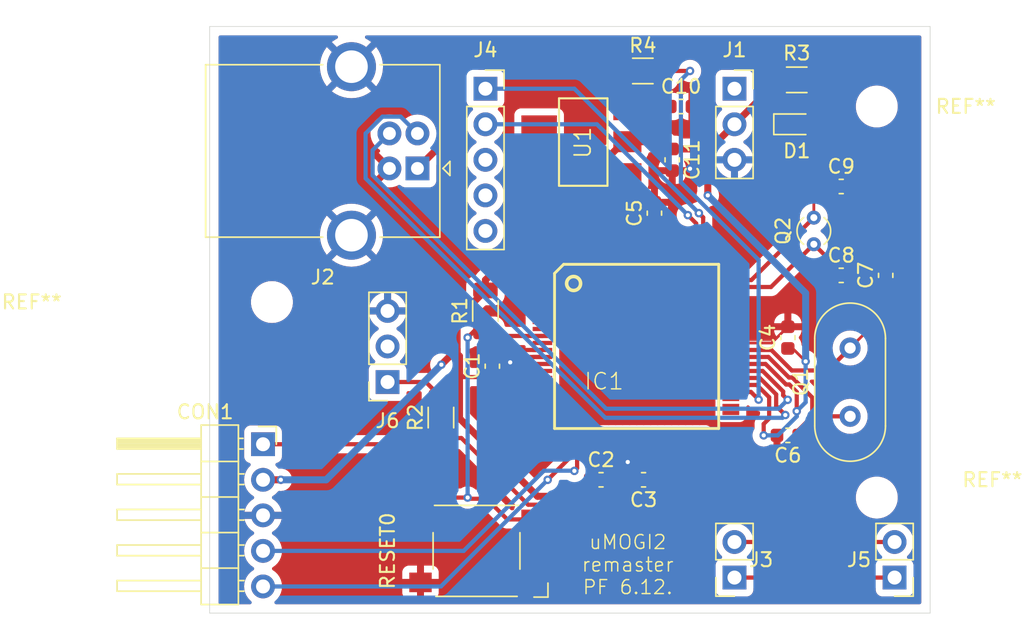
<source format=kicad_pcb>
(kicad_pcb (version 20221018) (generator pcbnew)
  (layers (0 "F.Cu" signal) (31 "B.Cu" signal) (34 "B.Paste" user) (35 "F.Paste" user) (36 "B.SilkS" user "B.Silkscreen") (37 "F.SilkS" user "F.Silkscreen") (38 "B.Mask" user) (39 "F.Mask" user) (44 "Edge.Cuts" user))
  (net 0 "")
  (net 1 "+3V3")
  (net 2 "GND")
  (net 3 "/OSCI")
  (net 4 "/OSCO")
  (net 5 "/SOSCI")
  (net 6 "/SOSCO")
  (net 7 "/PGC")
  (net 8 "/PGD")
  (net 9 "/~{MCLR}")
  (net 35 "Net-(IC1-VBUS)")
  (net 52 "/AN0")
  (net 67 "+5V")
  (net 68 "/RX")
  (net 69 "/TX")
  (net 70 "/D-")
  (net 71 "/D+")
  (net 76 "/ANT_1")
  (net 77 "/ANT_2")
  (net 78 "/BUZZ")
  (net 79 "Net-(J6-Pin_1)")
  (net 80 "/pin70")
  (net 81 "Net-(D1-A)")
  (footprint "Resistor_SMD:R_1206_3216Metric" (layer "F.Cu") (at 150.495 73.66 180)
    (fp_text reference "R3" (at 0 1.905) (layer "F.SilkS"))
    (fp_text value "330R")
    (pad "1" smd roundrect (at -1.4625 0 180) (size 1.125 1.75) (layers "F.Cu" "F.Paste" "F.Mask") (roundrect_rratio 0.2222222222) (net 81 "Net-(D1-A)"))
    (pad "2" smd roundrect (at 1.4625 0 180) (size 1.125 1.75) (layers "F.Cu" "F.Paste" "F.Mask") (roundrect_rratio 0.2222222222) (net 1 "+3V3"))
  )
  (footprint "Resistor_SMD:R_1206_3216Metric" (layer "F.Cu") (at 139.5075 73.025)
    (fp_text reference "R4" (at 0 -1.82) (layer "F.SilkS"))
    (fp_text value "100")
    (pad "1" smd roundrect (at -1.4625 0) (size 1.125 1.75) (layers "F.Cu" "F.Paste" "F.Mask") (roundrect_rratio 0.2222222222) (net 67 "+5V"))
    (pad "2" smd roundrect (at 1.4625 0) (size 1.125 1.75) (layers "F.Cu" "F.Paste" "F.Mask") (roundrect_rratio 0.2222222222) (net 35 "Net-(IC1-VBUS)"))
  )
  (footprint "Capacitor_SMD:C_0603_1608Metric" (layer "F.Cu") (at 142.24 75.565)
    (fp_text reference "C10" (at 0 -1.43) (layer "F.SilkS"))
    (fp_text value "47u")
    (pad "1" smd roundrect (at -0.775 0) (size 0.9 0.95) (layers "F.Cu" "F.Paste" "F.Mask") (net 67 "+5V"))
    (pad "2" smd roundrect (at 0.775 0) (size 0.9 0.95) (layers "F.Cu" "F.Paste" "F.Mask") (net 2 "GND"))
  )
  (footprint "Capacitor_SMD:C_0603_1608Metric" (layer "F.Cu") (at 140.335 83.185 90)
    (fp_text reference "C5" (at 0 -1.43 90) (layer "F.SilkS"))
    (fp_text value "10u")
    (pad "1" smd roundrect (at -0.775 0 90) (size 0.9 0.95) (layers "F.Cu" "F.Paste" "F.Mask") (net 80 "/pin70"))
    (pad "2" smd roundrect (at 0.775 0 90) (size 0.9 0.95) (layers "F.Cu" "F.Paste" "F.Mask") (net 2 "GND"))
  )
  (footprint "Capacitor_SMD:C_0603_1608Metric" (layer "F.Cu") (at 139.56 102.235 180)
    (fp_text reference "C3" (at 0 -1.43) (layer "F.SilkS"))
    (fp_text value "100n")
    (pad "1" smd roundrect (at -0.775 0 180) (size 0.9 0.95) (layers "F.Cu" "F.Paste" "F.Mask") (net 1 "+3V3"))
    (pad "2" smd roundrect (at 0.775 0 180) (size 0.9 0.95) (layers "F.Cu" "F.Paste" "F.Mask") (net 2 "GND"))
  )
  (footprint "Alkatreszek:TQFP80-12X12" (layer "F.Cu") (at 139.065 92.71)
    (fp_text reference "IC1" (at -3.81 3.175) (layer "F.SilkS") (effects (font (size 1.1684 1.1684) (thickness 0.1016)) (justify left bottom)))
    (fp_text value "PIC24FJ256GB108")
    (pad "1" smd rect (at -6.725 -4.75 270) (size 0.3 1.397) (layers "F.Cu" "F.Paste" "F.Mask"))
    (pad "2" smd rect (at -6.725 -4.25 270) (size 0.3 1.397) (layers "F.Cu" "F.Paste" "F.Mask"))
    (pad "3" smd rect (at -6.725 -3.75 270) (size 0.3 1.397) (layers "F.Cu" "F.Paste" "F.Mask"))
    (pad "4" smd rect (at -6.725 -3.25 270) (size 0.3 1.397) (layers "F.Cu" "F.Paste" "F.Mask"))
    (pad "5" smd rect (at -6.725 -2.75 270) (size 0.3 1.397) (layers "F.Cu" "F.Paste" "F.Mask"))
    (pad "6" smd rect (at -6.725 -2.25 270) (size 0.3 1.397) (layers "F.Cu" "F.Paste" "F.Mask"))
    (pad "7" smd rect (at -6.725 -1.75 270) (size 0.3 1.397) (layers "F.Cu" "F.Paste" "F.Mask"))
    (pad "8" smd rect (at -6.725 -1.25 270) (size 0.3 1.397) (layers "F.Cu" "F.Paste" "F.Mask"))
    (pad "9" smd rect (at -6.725 -0.75 270) (size 0.3 1.397) (layers "F.Cu" "F.Paste" "F.Mask") (net 9 "/~{MCLR}"))
    (pad "10" smd rect (at -6.725 -0.25 270) (size 0.3 1.397) (layers "F.Cu" "F.Paste" "F.Mask"))
    (pad "11" smd rect (at -6.725 0.25 270) (size 0.3 1.397) (layers "F.Cu" "F.Paste" "F.Mask") (net 2 "GND"))
    (pad "12" smd rect (at -6.725 0.75 270) (size 0.3 1.397) (layers "F.Cu" "F.Paste" "F.Mask") (net 1 "+3V3"))
    (pad "13" smd rect (at -6.725 1.25 270) (size 0.3 1.397) (layers "F.Cu" "F.Paste" "F.Mask"))
    (pad "14" smd rect (at -6.725 1.75 270) (size 0.3 1.397) (layers "F.Cu" "F.Paste" "F.Mask"))
    (pad "15" smd rect (at -6.725 2.25 270) (size 0.3 1.397) (layers "F.Cu" "F.Paste" "F.Mask"))
    (pad "16" smd rect (at -6.725 2.75 270) (size 0.3 1.397) (layers "F.Cu" "F.Paste" "F.Mask"))
    (pad "17" smd rect (at -6.725 3.25 270) (size 0.3 1.397) (layers "F.Cu" "F.Paste" "F.Mask"))
    (pad "18" smd rect (at -6.725 3.75 270) (size 0.3 1.397) (layers "F.Cu" "F.Paste" "F.Mask"))
    (pad "19" smd rect (at -6.725 4.25 270) (size 0.3 1.397) (layers "F.Cu" "F.Paste" "F.Mask"))
    (pad "20" smd rect (at -6.725 4.75 270) (size 0.3 1.397) (layers "F.Cu" "F.Paste" "F.Mask") (net 52 "/AN0"))
    (pad "21" smd rect (at -4.75 6.725 270) (size 1.2 0.3) (layers "F.Cu" "F.Paste" "F.Mask") (net 7 "/PGC"))
    (pad "22" smd rect (at -4.25 6.725 270) (size 1.2 0.3) (layers "F.Cu" "F.Paste" "F.Mask") (net 8 "/PGD"))
    (pad "23" smd rect (at -3.75 6.725 270) (size 1.2 0.3) (layers "F.Cu" "F.Paste" "F.Mask"))
    (pad "24" smd rect (at -3.25 6.725 270) (size 1.2 0.3) (layers "F.Cu" "F.Paste" "F.Mask"))
    (pad "25" smd rect (at -2.75 6.725 270) (size 1.2 0.3) (layers "F.Cu" "F.Paste" "F.Mask") (net 1 "+3V3"))
    (pad "26" smd rect (at -2.25 6.725 270) (size 1.2 0.3) (layers "F.Cu" "F.Paste" "F.Mask") (net 2 "GND"))
    (pad "27" smd rect (at -1.75 6.725 270) (size 1.2 0.3) (layers "F.Cu" "F.Paste" "F.Mask"))
    (pad "28" smd rect (at -1.25 6.725 270) (size 1.2 0.3) (layers "F.Cu" "F.Paste" "F.Mask"))
    (pad "29" smd rect (at -0.75 6.725 270) (size 1.2 0.3) (layers "F.Cu" "F.Paste" "F.Mask"))
    (pad "30" smd rect (at -0.25 6.725 270) (size 1.2 0.3) (layers "F.Cu" "F.Paste" "F.Mask"))
    (pad "31" smd rect (at 0.25 6.725 270) (size 1.2 0.3) (layers "F.Cu" "F.Paste" "F.Mask") (net 2 "GND"))
    (pad "32" smd rect (at 0.75 6.725 270) (size 1.2 0.3) (layers "F.Cu" "F.Paste" "F.Mask") (net 1 "+3V3"))
    (pad "33" smd rect (at 1.25 6.725 270) (size 1.2 0.3) (layers "F.Cu" "F.Paste" "F.Mask"))
    (pad "34" smd rect (at 1.75 6.725 270) (size 1.2 0.3) (layers "F.Cu" "F.Paste" "F.Mask"))
    (pad "35" smd rect (at 2.25 6.725 270) (size 1.2 0.3) (layers "F.Cu" "F.Paste" "F.Mask"))
    (pad "36" smd rect (at 2.75 6.725 270) (size 1.2 0.3) (layers "F.Cu" "F.Paste" "F.Mask"))
    (pad "37" smd rect (at 3.25 6.725 270) (size 1.2 0.3) (layers "F.Cu" "F.Paste" "F.Mask"))
    (pad "38" smd rect (at 3.75 6.725 270) (size 1.2 0.3) (layers "F.Cu" "F.Paste" "F.Mask"))
    (pad "39" smd rect (at 4.25 6.725 270) (size 1.2 0.3) (layers "F.Cu" "F.Paste" "F.Mask"))
    (pad "40" smd rect (at 4.75 6.725 270) (size 1.2 0.3) (layers "F.Cu" "F.Paste" "F.Mask") (net 78 "/BUZZ"))
    (pad "41" smd rect (at 6.725 4.75 270) (size 0.3 1.2) (layers "F.Cu" "F.Paste" "F.Mask"))
    (pad "42" smd rect (at 6.725 4.25 270) (size 0.3 1.2) (layers "F.Cu" "F.Paste" "F.Mask"))
    (pad "43" smd rect (at 6.725 3.75 270) (size 0.3 1.2) (layers "F.Cu" "F.Paste" "F.Mask"))
    (pad "44" smd rect (at 6.725 3.25 270) (size 0.3 1.2) (layers "F.Cu" "F.Paste" "F.Mask") (net 35 "Net-(IC1-VBUS)"))
    (pad "45" smd rect (at 6.725 2.75 270) (size 0.3 1.2) (layers "F.Cu" "F.Paste" "F.Mask") (net 1 "+3V3"))
    (pad "46" smd rect (at 6.725 2.25 270) (size 0.3 1.2) (layers "F.Cu" "F.Paste" "F.Mask") (net 70 "/D-"))
    (pad "47" smd rect (at 6.725 1.75 270) (size 0.3 1.2) (layers "F.Cu" "F.Paste" "F.Mask") (net 71 "/D+"))
    (pad "48" smd rect (at 6.725 1.25 270) (size 0.3 1.2) (layers "F.Cu" "F.Paste" "F.Mask") (net 1 "+3V3"))
    (pad "49" smd rect (at 6.725 0.75 270) (size 0.3 1.2) (layers "F.Cu" "F.Paste" "F.Mask") (net 3 "/OSCI"))
    (pad "50" smd rect (at 6.725 0.25 270) (size 0.3 1.2) (layers "F.Cu" "F.Paste" "F.Mask") (net 4 "/OSCO"))
    (pad "51" smd rect (at 6.725 -0.25 270) (size 0.3 1.2) (layers "F.Cu" "F.Paste" "F.Mask") (net 2 "GND"))
    (pad "52" smd rect (at 6.725 -0.75 270) (size 0.3 1.2) (layers "F.Cu" "F.Paste" "F.Mask"))
    (pad "53" smd rect (at 6.725 -1.25 270) (size 0.3 1.2) (layers "F.Cu" "F.Paste" "F.Mask"))
    (pad "54" smd rect (at 6.725 -1.75 270) (size 0.3 1.2) (layers "F.Cu" "F.Paste" "F.Mask"))
    (pad "55" smd rect (at 6.725 -2.25 270) (size 0.3 1.2) (layers "F.Cu" "F.Paste" "F.Mask"))
    (pad "56" smd rect (at 6.725 -2.75 270) (size 0.3 1.2) (layers "F.Cu" "F.Paste" "F.Mask"))
    (pad "57" smd rect (at 6.725 -3.25 270) (size 0.3 1.2) (layers "F.Cu" "F.Paste" "F.Mask"))
    (pad "58" smd rect (at 6.725 -3.75 270) (size 0.3 1.2) (layers "F.Cu" "F.Paste" "F.Mask"))
    (pad "59" smd rect (at 6.725 -4.25 270) (size 0.3 1.2) (layers "F.Cu" "F.Paste" "F.Mask") (net 5 "/SOSCI"))
    (pad "60" smd rect (at 6.725 -4.75 270) (size 0.3 1.2) (layers "F.Cu" "F.Paste" "F.Mask") (net 6 "/SOSCO"))
    (pad "61" smd rect (at 4.75 -6.725 270) (size 1.2 0.3) (layers "F.Cu" "F.Paste" "F.Mask") (net 68 "/RX"))
    (pad "62" smd rect (at 4.25 -6.725 270) (size 1.2 0.3) (layers "F.Cu" "F.Paste" "F.Mask") (net 69 "/TX"))
    (pad "63" smd rect (at 3.75 -6.725 270) (size 1.2 0.3) (layers "F.Cu" "F.Paste" "F.Mask"))
    (pad "64" smd rect (at 3.25 -6.725 270) (size 1.2 0.3) (layers "F.Cu" "F.Paste" "F.Mask"))
    (pad "65" smd rect (at 2.75 -6.725 270) (size 1.2 0.3) (layers "F.Cu" "F.Paste" "F.Mask"))
    (pad "66" smd rect (at 2.25 -6.725 270) (size 1.2 0.3) (layers "F.Cu" "F.Paste" "F.Mask"))
    (pad "67" smd rect (at 1.75 -6.725 270) (size 1.2 0.3) (layers "F.Cu" "F.Paste" "F.Mask"))
    (pad "68" smd rect (at 1.25 -6.725 270) (size 1.2 0.3) (layers "F.Cu" "F.Paste" "F.Mask"))
    (pad "69" smd rect (at 0.75 -6.725 270) (size 1.2 0.3) (layers "F.Cu" "F.Paste" "F.Mask"))
    (pad "70" smd rect (at 0.25 -6.725 270) (size 1.2 0.3) (layers "F.Cu" "F.Paste" "F.Mask") (net 80 "/pin70"))
    (pad "71" smd rect (at -0.25 -6.725 270) (size 1.2 0.3) (layers "F.Cu" "F.Paste" "F.Mask") (net 1 "+3V3"))
    (pad "72" smd rect (at -0.75 -6.725 270) (size 1.2 0.3) (layers "F.Cu" "F.Paste" "F.Mask"))
    (pad "73" smd rect (at -1.25 -6.725 270) (size 1.2 0.3) (layers "F.Cu" "F.Paste" "F.Mask"))
    (pad "74" smd rect (at -1.75 -6.725 270) (size 1.2 0.3) (layers "F.Cu" "F.Paste" "F.Mask"))
    (pad "75" smd rect (at -2.25 -6.725 270) (size 1.2 0.3) (layers "F.Cu" "F.Paste" "F.Mask"))
    (pad "76" smd rect (at -2.75 -6.725 270) (size 1.2 0.3) (layers "F.Cu" "F.Paste" "F.Mask"))
    (pad "77" smd rect (at -3.25 -6.725 270) (size 1.2 0.3) (layers "F.Cu" "F.Paste" "F.Mask"))
    (pad "78" smd rect (at -3.75 -6.725 270) (size 1.2 0.3) (layers "F.Cu" "F.Paste" "F.Mask"))
    (pad "79" smd rect (at -4.25 -6.725 270) (size 1.2 0.3) (layers "F.Cu" "F.Paste" "F.Mask"))
    (pad "80" smd rect (at -4.75 -6.725 270) (size 1.2 0.3) (layers "F.Cu" "F.Paste" "F.Mask"))
  )
  (footprint "Capacitor_SMD:C_0603_1608Metric" (layer "F.Cu") (at 128.765 94.12 90)
    (fp_text reference "C1" (at 0 -1.43 90) (layer "F.SilkS"))
    (fp_text value "100n")
    (pad "1" smd roundrect (at -0.775 0 90) (size 0.9 0.95) (layers "F.Cu" "F.Paste" "F.Mask") (net 1 "+3V3"))
    (pad "2" smd roundrect (at 0.775 0 90) (size 0.9 0.95) (layers "F.Cu" "F.Paste" "F.Mask") (net 2 "GND"))
  )
  (footprint "MountingHole:MountingHole_2.5mm" (layer "F.Cu") (at 113.03 89.535)
    (fp_text reference "REF**" (at -17.145 0) (layer "F.SilkS"))
    (fp_text value "MountingHole_2.5mm")
    (pad "" np_thru_hole circle (at 0 0) (size 2.5 2.5) (drill 2.5) (layers "*.Cu" "*.Mask"))
  )
  (footprint "LED_SMD:LED_0603_1608Metric" (layer "F.Cu") (at 150.3425 76.835)
    (fp_text reference "D1" (at 0.1525 1.905) (layer "F.SilkS"))
    (fp_text value "LED")
    (pad "1" smd roundrect (at -0.7875 0) (size 0.875 0.95) (layers "F.Cu" "F.Paste" "F.Mask") (net 2 "GND"))
    (pad "2" smd roundrect (at 0.7875 0) (size 0.875 0.95) (layers "F.Cu" "F.Paste" "F.Mask") (net 81 "Net-(D1-A)"))
  )
  (footprint "Connector_PinHeader_2.54mm:PinHeader_1x05_P2.54mm_Horizontal" (layer "F.Cu") (at 112.395 99.695)
    (fp_text reference "CON1" (at -4.135 -2.31) (layer "F.SilkS"))
    (fp_text value "ICSP")
    (pad "1" thru_hole rect (at 0 0) (size 1.7 1.7) (drill 1) (layers "*.Cu" "*.Mask") (net 9 "/~{MCLR}"))
    (pad "2" thru_hole oval (at 0 2.54) (size 1.7 1.7) (drill 1) (layers "*.Cu" "*.Mask") (net 1 "+3V3"))
    (pad "3" thru_hole oval (at 0 5.08) (size 1.7 1.7) (drill 1) (layers "*.Cu" "*.Mask") (net 2 "GND"))
    (pad "4" thru_hole oval (at 0 7.62) (size 1.7 1.7) (drill 1) (layers "*.Cu" "*.Mask") (net 8 "/PGD"))
    (pad "5" thru_hole oval (at 0 10.16) (size 1.7 1.7) (drill 1) (layers "*.Cu" "*.Mask") (net 7 "/PGC"))
  )
  (footprint "Crystal:Crystal_DS26_D2.0mm_L6.0mm_Vertical" (layer "F.Cu") (at 151.715 85.405 90)
    (fp_text reference "Q2" (at 0.95 -2.2 90) (layer "F.SilkS"))
    (fp_text value "32k")
    (pad "1" thru_hole circle (at 0 0 90) (size 1 1) (drill 0.5) (layers "*.Cu" "*.Mask") (net 5 "/SOSCI"))
    (pad "2" thru_hole circle (at 1.9 0 90) (size 1 1) (drill 0.5) (layers "*.Cu" "*.Mask") (net 6 "/SOSCO"))
  )
  (footprint "Capacitor_SMD:C_0603_1608Metric" (layer "F.Cu") (at 149.86 92.075 90)
    (fp_text reference "C4" (at 0 -1.43 90) (layer "F.SilkS"))
    (fp_text value locked "100n")
    (pad "1" smd roundrect (at -0.775 0 90) (size 0.9 0.95) (layers "F.Cu" "F.Paste" "F.Mask") (net 1 "+3V3"))
    (pad "2" smd roundrect (at 0.775 0 90) (size 0.9 0.95) (layers "F.Cu" "F.Paste" "F.Mask") (net 2 "GND"))
  )
  (footprint "Button_Switch_SMD:SW_SPST_Omron_B3FS-100xP" (layer "F.Cu") (at 127.635 107.315 180)
    (fp_text reference "RESET0" (at 6.35 0 90) (layer "F.SilkS"))
    (fp_text value "10-XX")
    (pad "1" smd rect (at -4 -2.25) (size 1.6 1.4) (layers "F.Cu" "F.Paste" "F.Mask") (net 2 "GND"))
    (pad "1" smd rect (at 4 -2.25) (size 1.6 1.4) (layers "F.Cu" "F.Paste" "F.Mask") (net 2 "GND"))
    (pad "2" smd rect (at -4 2.25) (size 1.6 1.4) (layers "F.Cu" "F.Paste" "F.Mask") (net 9 "/~{MCLR}"))
    (pad "2" smd rect (at 4 2.25) (size 1.6 1.4) (layers "F.Cu" "F.Paste" "F.Mask") (net 9 "/~{MCLR}"))
  )
  (footprint "Connector_PinSocket_2.54mm:PinSocket_1x02_P2.54mm_Vertical" (layer "F.Cu") (at 146.05 109.22 180)
    (fp_text reference "J3" (at -1.905 1.27) (layer "F.SilkS"))
    (fp_text value "Conn_01x02")
    (pad "1" thru_hole rect (at 0 0 180) (size 1.7 1.7) (drill 1) (layers "*.Cu" "*.Mask") (net 76 "/ANT_1"))
    (pad "2" thru_hole oval (at 0 2.54 180) (size 1.7 1.7) (drill 1) (layers "*.Cu" "*.Mask") (net 77 "/ANT_2"))
  )
  (footprint "Capacitor_SMD:C_0603_1608Metric" (layer "F.Cu") (at 136.525 102.235)
    (fp_text reference "C2" (at 0 -1.43) (layer "F.SilkS"))
    (fp_text value "100n")
    (pad "1" smd roundrect (at -0.775 0) (size 0.9 0.95) (layers "F.Cu" "F.Paste" "F.Mask") (net 1 "+3V3"))
    (pad "2" smd roundrect (at 0.775 0) (size 0.9 0.95) (layers "F.Cu" "F.Paste" "F.Mask") (net 2 "GND"))
  )
  (footprint "Alkatreszek:SOT223" (layer "F.Cu") (at 135.255 78.105 90)
    (fp_text reference "U1" (at -1.27 0.635 90) (layer "F.SilkS") (effects (font (size 1.143 1.143) (thickness 0.127)) (justify left bottom)))
    (fp_text value "LM1117LD-3.3")
    (pad "1" smd rect (at -2.2606 3.1496 90) (size 1.4986 2.0066) (layers "F.Cu" "F.Paste" "F.Mask") (net 2 "GND"))
    (pad "2" smd rect (at 0.0254 3.1496 90) (size 1.4986 2.0066) (layers "F.Cu" "F.Paste" "F.Mask") (net 1 "+3V3"))
    (pad "3" smd rect (at 2.3114 3.1496 90) (size 1.4986 2.0066) (layers "F.Cu" "F.Paste" "F.Mask") (net 67 "+5V"))
    (pad "4" smd rect (at 0 -3.1496 90) (size 3.81 2.54) (layers "F.Cu" "F.Paste" "F.Mask"))
  )
  (footprint "Capacitor_SMD:C_0603_1608Metric" (layer "F.Cu") (at 153.67 87.63)
    (fp_text reference "C8" (at 0 -1.43) (layer "F.SilkS"))
    (fp_text value "33p")
    (pad "1" smd roundrect (at -0.775 0) (size 0.9 0.95) (layers "F.Cu" "F.Paste" "F.Mask") (net 5 "/SOSCI"))
    (pad "2" smd roundrect (at 0.775 0) (size 0.9 0.95) (layers "F.Cu" "F.Paste" "F.Mask") (net 2 "GND"))
  )
  (footprint "Capacitor_SMD:C_0603_1608Metric" (layer "F.Cu") (at 149.86 99.06 180)
    (fp_text reference "C6" (at 0 -1.43) (layer "F.SilkS"))
    (fp_text value "15p")
    (pad "1" smd roundrect (at -0.775 0 180) (size 0.9 0.95) (layers "F.Cu" "F.Paste" "F.Mask") (net 3 "/OSCI"))
    (pad "2" smd roundrect (at 0.775 0 180) (size 0.9 0.95) (layers "F.Cu" "F.Paste" "F.Mask") (net 2 "GND"))
  )
  (footprint "Crystal:Crystal_HC49-U_Vertical" (layer "F.Cu") (at 154.305 97.7 90)
    (fp_text reference "Q1" (at 2.44 -3.525 90) (layer "F.SilkS"))
    (fp_text value "12MHz")
    (pad "1" thru_hole circle (at 0 0 90) (size 1.5 1.5) (drill 0.8) (layers "*.Cu" "*.Mask") (net 3 "/OSCI"))
    (pad "2" thru_hole circle (at 4.88 0 90) (size 1.5 1.5) (drill 0.8) (layers "*.Cu" "*.Mask") (net 4 "/OSCO"))
  )
  (footprint "Capacitor_SMD:C_0603_1608Metric" (layer "F.Cu") (at 141.605 79.375 -90)
    (fp_text reference "C11" (at 0 -1.43 90) (layer "F.SilkS"))
    (fp_text value "10u")
    (pad "1" smd roundrect (at -0.775 0 270) (size 0.9 0.95) (layers "F.Cu" "F.Paste" "F.Mask") (net 1 "+3V3"))
    (pad "2" smd roundrect (at 0.775 0 270) (size 0.9 0.95) (layers "F.Cu" "F.Paste" "F.Mask") (net 2 "GND"))
  )
  (footprint "Connector_PinSocket_2.54mm:PinSocket_1x03_P2.54mm_Vertical" (layer "F.Cu") (at 121.285 95.25 180)
    (fp_text reference "J6" (at 0 -2.77 180) (layer "F.SilkS"))
    (fp_text value "Conn_01x03")
    (pad "1" thru_hole rect (at 0 0 180) (size 1.7 1.7) (drill 1) (layers "*.Cu" "*.Mask") (net 79 "Net-(J6-Pin_1)"))
    (pad "2" thru_hole oval (at 0 2.54 180) (size 1.7 1.7) (drill 1) (layers "*.Cu" "*.Mask"))
    (pad "3" thru_hole oval (at 0 5.08 180) (size 1.7 1.7) (drill 1) (layers "*.Cu" "*.Mask") (net 2 "GND"))
  )
  (footprint "MountingHole:MountingHole_2.5mm" (layer "F.Cu") (at 156.21 75.565)
    (fp_text reference "REF**" (at 6.35 0) (layer "F.SilkS"))
    (fp_text value "MountingHole_2.5mm")
    (pad "" np_thru_hole circle (at 0 0) (size 2.5 2.5) (drill 2.5) (layers "F&B.Cu" "*.Mask"))
  )
  (footprint "Connector_PinSocket_2.54mm:PinSocket_1x05_P2.54mm_Vertical" (layer "F.Cu") (at 128.27 74.295)
    (fp_text reference "J4" (at 0 -2.77) (layer "F.SilkS"))
    (fp_text value "Conn_01x05")
    (pad "1" thru_hole rect (at 0 0) (size 1.7 1.7) (drill 1) (layers "*.Cu" "*.Mask") (net 68 "/RX"))
    (pad "2" thru_hole oval (at 0 2.54) (size 1.7 1.7) (drill 1) (layers "*.Cu" "*.Mask") (net 69 "/TX"))
    (pad "3" thru_hole oval (at 0 5.08) (size 1.7 1.7) (drill 1) (layers "*.Cu" "*.Mask"))
    (pad "4" thru_hole oval (at 0 7.62) (size 1.7 1.7) (drill 1) (layers "*.Cu" "*.Mask"))
    (pad "5" thru_hole oval (at 0 10.16) (size 1.7 1.7) (drill 1) (layers "*.Cu" "*.Mask"))
  )
  (footprint "Capacitor_SMD:C_0603_1608Metric" (layer "F.Cu") (at 156.845 87.63 90)
    (fp_text reference "C7" (at 0 -1.43 90) (layer "F.SilkS"))
    (fp_text value "15p")
    (pad "1" smd roundrect (at -0.775 0 90) (size 0.9 0.95) (layers "F.Cu" "F.Paste" "F.Mask") (net 4 "/OSCO"))
    (pad "2" smd roundrect (at 0.775 0 90) (size 0.9 0.95) (layers "F.Cu" "F.Paste" "F.Mask") (net 2 "GND"))
  )
  (footprint "Connector_USB:USB_B_OST_USB-B1HSxx_Horizontal" (layer "F.Cu") (at 123.4175 79.99 180)
    (fp_text reference "J2" (at 6.76 -7.77 180) (layer "F.SilkS"))
    (fp_text value "USB_B")
    (pad "1" thru_hole rect (at 0 0 180) (size 1.7 1.7) (drill 0.92) (layers "*.Cu" "*.Mask") (net 67 "+5V"))
    (pad "2" thru_hole circle (at 0 2.5 180) (size 1.7 1.7) (drill 0.92) (layers "*.Cu" "*.Mask") (net 70 "/D-"))
    (pad "3" thru_hole circle (at 2 2.5 180) (size 1.7 1.7) (drill 0.92) (layers "*.Cu" "*.Mask") (net 71 "/D+"))
    (pad "4" thru_hole circle (at 2 0 180) (size 1.7 1.7) (drill 0.92) (layers "*.Cu" "*.Mask") (net 2 "GND"))
    (pad "5" thru_hole circle (at 4.71 -4.77 180) (size 3.5 3.5) (drill 2.33) (layers "*.Cu" "*.Mask") (net 2 "GND"))
    (pad "5" thru_hole circle (at 4.71 7.27 180) (size 3.5 3.5) (drill 2.33) (layers "*.Cu" "*.Mask") (net 2 "GND"))
  )
  (footprint "Capacitor_SMD:C_0603_1608Metric" (layer "F.Cu") (at 153.67 81.28)
    (fp_text reference "C9" (at 0 -1.43) (layer "F.SilkS"))
    (fp_text value "33p")
    (pad "1" smd roundrect (at -0.775 0) (size 0.9 0.95) (layers "F.Cu" "F.Paste" "F.Mask") (net 6 "/SOSCO"))
    (pad "2" smd roundrect (at 0.775 0) (size 0.9 0.95) (layers "F.Cu" "F.Paste" "F.Mask") (net 2 "GND"))
  )
  (footprint "MountingHole:MountingHole_2.5mm" (layer "F.Cu") (at 156.21 103.505)
    (fp_text reference "REF**" (at 8.255 -1.27) (layer "F.SilkS"))
    (fp_text value "MountingHole_2.5mm")
    (pad "" np_thru_hole circle (at 0 0) (size 2.5 2.5) (drill 2.5) (layers "F&B.Cu" "*.Mask"))
  )
  (footprint "Resistor_SMD:R_1206_3216Metric" (layer "F.Cu") (at 128.27 90.17 90)
    (fp_text reference "R1" (at 0 -1.82 90) (layer "F.SilkS"))
    (fp_text value "10k")
    (pad "1" smd roundrect (at -1.4625 0 90) (size 1.125 1.75) (layers "F.Cu" "F.Paste" "F.Mask") (roundrect_rratio 0.2222222222) (net 9 "/~{MCLR}"))
    (pad "2" smd roundrect (at 1.4625 0 90) (size 1.125 1.75) (layers "F.Cu" "F.Paste" "F.Mask") (roundrect_rratio 0.2222222222) (net 1 "+3V3"))
  )
  (footprint "Connector_PinHeader_2.54mm:PinHeader_1x02_P2.54mm_Vertical" (layer "F.Cu") (at 157.48 109.22 180)
    (fp_text reference "J5" (at 2.54 1.27) (layer "F.SilkS"))
    (fp_text value "Conn_01x02")
    (pad "1" thru_hole rect (at 0 0 180) (size 1.7 1.7) (drill 1) (layers "*.Cu" "*.Mask") (net 76 "/ANT_1"))
    (pad "2" thru_hole oval (at 0 2.54 180) (size 1.7 1.7) (drill 1) (layers "*.Cu" "*.Mask") (net 77 "/ANT_2"))
  )
  (footprint "Connector_PinSocket_2.54mm:PinSocket_1x03_P2.54mm_Vertical" (layer "F.Cu") (at 146.05 74.295)
    (fp_text reference "J1" (at 0 -2.77) (layer "F.SilkS"))
    (fp_text value "Conn_01x03")
    (pad "1" thru_hole rect (at 0 0) (size 1.7 1.7) (drill 1) (layers "*.Cu" "*.Mask"))
    (pad "2" thru_hole oval (at 0 2.54) (size 1.7 1.7) (drill 1) (layers "*.Cu" "*.Mask") (net 1 "+3V3"))
    (pad "3" thru_hole oval (at 0 5.08) (size 1.7 1.7) (drill 1) (layers "*.Cu" "*.Mask") (net 2 "GND"))
  )
  (footprint "Resistor_SMD:R_1206_3216Metric" (layer "F.Cu") (at 125.095 97.79 90)
    (fp_text reference "R2" (at 0 -1.82 90) (layer "F.SilkS"))
    (fp_text value "330R")
    (pad "1" smd roundrect (at -1.4625 0 90) (size 1.125 1.75) (layers "F.Cu" "F.Paste" "F.Mask") (roundrect_rratio 0.2222222222) (net 78 "/BUZZ"))
    (pad "2" smd roundrect (at 1.4625 0 90) (size 1.125 1.75) (layers "F.Cu" "F.Paste" "F.Mask") (roundrect_rratio 0.2222222222) (net 79 "Net-(J6-Pin_1)"))
  )
  (gr_line (start 160.02 69.85) (end 160.02 111.76) (stroke (width 0.05)) (layer "Edge.Cuts"))
  (gr_line (start 160.02 111.76) (end 108.585 111.76) (stroke (width 0.05)) (layer "Edge.Cuts"))
  (gr_line (start 108.585 111.76) (end 108.585 69.85) (stroke (width 0.05)) (layer "Edge.Cuts"))
  (gr_line (start 108.585 69.85) (end 160.02 69.85) (stroke (width 0.05)) (layer "Edge.Cuts"))
  (gr_text "uMOGI2\nremaster\nPF 6.12.\n" (at 138.43 110.49) (layer "F.SilkS") (effects (font (size 1 1) (thickness 0.1)) (justify bottom)))
  (segment (start 148.267615 93.96) (end 145.79 93.96) (width 0.3) (layer "F.Cu") (net 1))
  (segment (start 150.495 97.332819) (end 150.495 95.957106) (width 0.3) (layer "F.Cu") (net 1))
  (segment (start 144.145 79.375) (end 144.145 81.915) (width 0.5) (layer "F.Cu") (net 1))
  (segment (start 144.285 78.6) (end 142.875 78.6) (width 0.5) (layer "F.Cu") (net 1))
  (segment (start 126.25 93.23) (end 126.25 90.7275) (width 0.5) (layer "F.Cu") (net 1))
  (segment (start 138.1506 78.0796) (end 135.7376 80.4926) (width 0.5) (layer "F.Cu") (net 1))
  (segment (start 150.2045 92.85) (end 151.13 93.7755) (width 0.2) (layer "F.Cu") (net 1))
  (segment (start 126.25 92.885) (end 126.25 93.23) (width 0.5) (layer "F.Cu") (net 1))
  (segment (start 146.05 76.835) (end 144.285 78.6) (width 0.5) (layer "F.Cu") (net 1))
  (segment (start 149.86 92.85) (end 150.2045 92.85) (width 0.2) (layer "F.Cu") (net 1))
  (segment (start 135.75 101.105) (end 136.315 100.54) (width 0.3) (layer "F.Cu") (net 1))
  (segment (start 138.4046 78.0796) (end 141.0846 78.0796) (width 0.5) (layer "F.Cu") (net 1))
  (segment (start 135.7376 80.4926) (end 128.27 87.9602) (width 0.5) (layer "F.Cu") (net 1))
  (segment (start 139.815 99.435) (end 139.815 100.445) (width 0.3) (layer "F.Cu") (net 1))
  (segment (start 113.665 102.235) (end 112.395 102.235) (width 0.5) (layer "F.Cu") (net 1))
  (segment (start 126.25 90.7275) (end 128.27 88.7075) (width 0.5) (layer "F.Cu") (net 1))
  (segment (start 145.79 95.46) (end 147.646295 95.46) (width 0.3) (layer "F.Cu") (net 1))
  (segment (start 149.962894 95.425) (end 149.732615 95.425) (width 0.3) (layer "F.Cu") (net 1))
  (segment (start 136.315 100.54) (end 136.315 99.435) (width 0.3) (layer "F.Cu") (net 1))
  (segment (start 135.7376 81.9576) (end 135.7376 80.4926) (width 0.3) (layer "F.Cu") (net 1))
  (segment (start 138.4046 78.0796) (end 138.1506 78.0796) (width 0.5) (layer "F.Cu") (net 1))
  (segment (start 128.765 94.895) (end 126.7 94.895) (width 0.3) (layer "F.Cu") (net 1))
  (segment (start 139.815 100.445) (end 140.335 100.965) (width 0.3) (layer "F.Cu") (net 1))
  (segment (start 139.155 103.415) (end 139.065 103.415) (width 0.3) (layer "F.Cu") (net 1))
  (segment (start 141.0846 78.0796) (end 141.605 78.6) (width 0.5) (layer "F.Cu") (net 1))
  (segment (start 138.815 85.035) (end 135.7376 81.9576) (width 0.3) (layer "F.Cu") (net 1))
  (segment (start 126.42 93.4) (end 126.25 93.23) (width 0.5) (layer "F.Cu") (net 1))
  (segment (start 128.27 87.9602) (end 128.27 88.7075) (width 0.5) (layer "F.Cu") (net 1))
  (segment (start 135.75 102.92) (end 135.255 103.415) (width 0.3) (layer "F.Cu") (net 1))
  (segment (start 131.3415 93.46) (end 132.34 93.46) (width 0.3) (layer "F.Cu") (net 1))
  (segment (start 140.335 102.235) (end 139.155 103.415) (width 0.3) (layer "F.Cu") (net 1))
  (segment (start 126.42 97.845) (end 126.42 94.615) (width 0.5) (layer "F.Cu") (net 1))
  (segment (start 148.1355 98.2445) (end 148.1355 99.06) (width 0.3) (layer "F.Cu") (net 1))
  (segment (start 148.525508 96.339213) (end 148.525508 97.725508) (width 0.3) (layer "F.Cu") (net 1))
  (segment (start 135.75 102.235) (end 135.75 101.105) (width 0.3) (layer "F.Cu") (net 1))
  (segment (start 140.335 100.965) (end 140.335 102.265) (width 0.3) (layer "F.Cu") (net 1))
  (segment (start 142.875 78.6) (end 143.37 78.6) (width 0.5) (layer "F.Cu") (net 1))
  (segment (start 143.37 78.6) (end 144.145 79.375) (width 0.5) (layer "F.Cu") (net 1))
  (segment (start 135.255 103.415) (end 131.99 103.415) (width 0.5) (layer "F.Cu") (net 1))
  (segment (start 138.815 85.985) (end 138.815 85.035) (width 0.3) (layer "F.Cu") (net 1))
  (segment (start 139.065 103.415) (end 135.255 103.415) (width 0.5) (layer "F.Cu") (net 1))
  (segment (start 149.732615 95.425) (end 148.267615 93.96) (width 0.3) (layer "F.Cu") (net 1))
  (segment (start 149.0325 73.8525) (end 146.05 76.835) (width 0.5) (layer "F.Cu") (net 1))
  (segment (start 148.525508 97.725508) (end 148.59 97.79) (width 0.3) (layer "F.Cu") (net 1))
  (segment (start 147.646295 95.46) (end 148.525508 96.339213) (width 0.3) (layer "F.Cu") (net 1))
  (segment (start 135.75 102.235) (end 135.75 102.92) (width 0.3) (layer "F.Cu") (net 1))
  (segment (start 129.9065 94.895) (end 131.3415 93.46) (width 0.3) (layer "F.Cu") (net 1))
  (segment (start 131.99 103.415) (end 126.42 97.845) (width 0.5) (layer "F.Cu") (net 1))
  (segment (start 125.125 94.01) (end 126.25 92.885) (width 0.5) (layer "F.Cu") (net 1))
  (segment (start 148.59 97.79) (end 148.1355 98.2445) (width 0.3) (layer "F.Cu") (net 1))
  (segment (start 128.765 94.895) (end 129.9065 94.895) (width 0.3) (layer "F.Cu") (net 1))
  (segment (start 150.495 95.957106) (end 149.962894 95.425) (width 0.3) (layer "F.Cu") (net 1))
  (segment (start 126.7 94.895) (end 126.42 94.615) (width 0.3) (layer "F.Cu") (net 1))
  (segment (start 126.42 94.615) (end 126.42 93.4) (width 0.5) (layer "F.Cu") (net 1))
  (segment (start 142.875 78.6) (end 141.605 78.6) (width 0.5) (layer "F.Cu") (net 1))
  (segment (start 149.0325 73.66) (end 149.0325 73.8525) (width 0.5) (layer "F.Cu") (net 1))
  (via (at 148.1355 99.06) (size 0.6) (drill 0.3) (layers "F.Cu" "B.Cu") (net 1))
  (via (at 125.125 94.01) (size 0.6) (drill 0.3) (layers "F.Cu" "B.Cu") (net 1))
  (via (at 113.665 102.235) (size 0.6) (drill 0.3) (layers "F.Cu" "B.Cu") (net 1))
  (via (at 151.13 93.7755) (size 0.6) (drill 0.3) (layers "F.Cu" "B.Cu") (net 1))
  (via (at 150.495 97.332819) (size 0.6) (drill 0.3) (layers "F.Cu" "B.Cu") (net 1))
  (via (at 144.145 81.915) (size 0.6) (drill 0.3) (layers "F.Cu" "B.Cu") (net 1))
  (segment (start 148.1355 99.06) (end 149.146243 99.06) (width 0.3) (layer "B.Cu") (net 1))
  (segment (start 151.13 96.697819) (end 151.13 93.7755) (width 0.3) (layer "B.Cu") (net 1))
  (segment (start 144.145 81.915) (end 151.13 88.9) (width 0.5) (layer "B.Cu") (net 1))
  (segment (start 116.9 102.235) (end 113.665 102.235) (width 0.5) (layer "B.Cu") (net 1))
  (segment (start 125.125 94.01) (end 116.9 102.235) (width 0.5) (layer "B.Cu") (net 1))
  (segment (start 150.495 97.711243) (end 150.495 97.332819) (width 0.3) (layer "B.Cu") (net 1))
  (segment (start 149.146243 99.06) (end 150.495 97.711243) (width 0.3) (layer "B.Cu") (net 1))
  (segment (start 150.495 97.332819) (end 151.13 96.697819) (width 0.3) (layer "B.Cu") (net 1))
  (segment (start 151.13 88.9) (end 151.13 93.7755) (width 0.5) (layer "B.Cu") (net 1))
  (segment (start 138.505 100.965) (end 138.43 100.965) (width 0.3) (layer "F.Cu") (net 2))
  (segment (start 148.7 92.46) (end 149.86 91.3) (width 0.2) (layer "F.Cu") (net 2))
  (segment (start 130.56 92.96) (end 130.175 93.345) (width 0.3) (layer "F.Cu") (net 2))
  (segment (start 130.175 93.707968) (end 130.038984 93.843984) (width 0.3) (layer "F.Cu") (net 2))
  (segment (start 136.815 100.62) (end 137.3 101.105) (width 0.3) (layer "F.Cu") (net 2))
  (segment (start 139.315 100.715) (end 139.315 99.435) (width 0.3) (layer "F.Cu") (net 2))
  (segment (start 138.785 101.245) (end 138.505 100.965) (width 0.3) (layer "F.Cu") (net 2))
  (segment (start 137.3 101.105) (end 137.3 102.235) (width 0.3) (layer "F.Cu") (net 2))
  (segment (start 130.175 93.345) (end 128.765 93.345) (width 0.3) (layer "F.Cu") (net 2))
  (segment (start 145.84 92.41) (end 145.79 92.46) (width 0.2) (layer "F.Cu") (net 2))
  (segment (start 138.785 101.245) (end 139.315 100.715) (width 0.3) (layer "F.Cu") (net 2))
  (segment (start 132.34 92.96) (end 130.56 92.96) (width 0.3) (layer "F.Cu") (net 2))
  (segment (start 145.79 92.46) (end 148.7 92.46) (width 0.2) (layer "F.Cu") (net 2))
  (segment (start 138.785 102.265) (end 138.785 101.245) (width 0.3) (layer "F.Cu") (net 2))
  (segment (start 130.175 93.345) (end 130.175 93.707968) (width 0.3) (layer "F.Cu") (net 2))
  (segment (start 136.815 99.435) (end 136.815 100.62) (width 0.3) (layer "F.Cu") (net 2))
  (via (at 130.038984 93.843984) (size 0.6) (drill 0.3) (layers "F.Cu" "B.Cu") (net 2))
  (via (at 138.43 100.965) (size 0.6) (drill 0.3) (layers "F.Cu" "B.Cu") (net 2))
  (via (at 142.875 80.01) (size 0.6) (drill 0.3) (layers "F.Cu" "B.Cu") (net 2))
  (segment (start 146.05 79.375) (end 143.51 79.375) (width 0.5) (layer "B.Cu") (net 2))
  (segment (start 138.43 100.965) (end 137.795 101.6) (width 0.3) (layer "B.Cu") (net 2))
  (segment (start 143.51 79.375) (end 142.875 80.01) (width 0.5) (layer "B.Cu") (net 2))
  (segment (start 130.038984 93.843984) (end 130.673984 93.843984) (width 0.3) (layer "B.Cu") (net 2))
  (segment (start 130.673984 93.843984) (end 130.81 93.98) (width 0.3) (layer "B.Cu") (net 2))
  (segment (start 151.602894 97.7) (end 150.635 98.667894) (width 0.3) (layer "F.Cu") (net 3))
  (segment (start 151.602894 96.357894) (end 150.17 94.925) (width 0.3) (layer "F.Cu") (net 3))
  (segment (start 148.474721 93.46) (end 145.79 93.46) (width 0.3) (layer "F.Cu") (net 3))
  (segment (start 150.17 94.925) (end 149.939721 94.925) (width 0.3) (layer "F.Cu") (net 3))
  (segment (start 151.602894 97.7) (end 151.602894 96.357894) (width 0.3) (layer "F.Cu") (net 3))
  (segment (start 154.305 97.7) (end 151.602894 97.7) (width 0.3) (layer "F.Cu") (net 3))
  (segment (start 149.939721 94.925) (end 148.474721 93.46) (width 0.3) (layer "F.Cu") (net 3))
  (segment (start 150.635 98.667894) (end 150.635 99.06) (width 0.3) (layer "F.Cu") (net 3))
  (segment (start 150.146827 94.425) (end 148.681827 92.96) (width 0.3) (layer "F.Cu") (net 4))
  (segment (start 156.845 90.28) (end 156.845 88.405) (width 0.2) (layer "F.Cu") (net 4))
  (segment (start 154.305 92.82) (end 156.845 90.28) (width 0.2) (layer "F.Cu") (net 4))
  (segment (start 154.305 92.82) (end 152.7 94.425) (width 0.3) (layer "F.Cu") (net 4))
  (segment (start 152.7 94.425) (end 150.146827 94.425) (width 0.3) (layer "F.Cu") (net 4))
  (segment (start 148.681827 92.96) (end 145.79 92.96) (width 0.3) (layer "F.Cu") (net 4))
  (segment (start 154.305 92.82) (end 154.3 92.825) (width 0.2) (layer "F.Cu") (net 4))
  (segment (start 152.895 87.63) (end 152.895 86.585) (width 0.3) (layer "F.Cu") (net 5))
  (segment (start 152.895 86.585) (end 151.715 85.405) (width 0.3) (layer "F.Cu") (net 5))
  (segment (start 151.715 85.405) (end 148.66 88.46) (width 0.3) (layer "F.Cu") (net 5))
  (segment (start 145.79 88.46) (end 148.66 88.46) (width 0.3) (layer "F.Cu") (net 5))
  (segment (start 151.715 82.46) (end 152.895 81.28) (width 0.2) (layer "F.Cu") (net 6))
  (segment (start 147.26 87.96) (end 151.715 83.505) (width 0.3) (layer "F.Cu") (net 6))
  (segment (start 152.08 83.505) (end 151.715 83.505) (width 0.2) (layer "F.Cu") (net 6))
  (segment (start 145.79 87.96) (end 147.26 87.96) (width 0.3) (layer "F.Cu") (net 6))
  (segment (start 151.715 83.505) (end 151.715 82.46) (width 0.2) (layer "F.Cu") (net 6))
  (segment (start 134.315 100.635) (end 134.315 99.435) (width 0.3) (layer "F.Cu") (net 7))
  (segment (start 132.715 102.235) (end 134.315 100.635) (width 0.3) (layer "F.Cu") (net 7))
  (via (at 132.715 102.235) (size 0.6) (drill 0.3) (layers "F.Cu" "B.Cu") (net 7))
  (segment (start 125.095 109.855) (end 132.715 102.235) (width 0.3) (layer "B.Cu") (net 7))
  (segment (start 125.095 109.855) (end 112.395 109.855) (width 0.3) (layer "B.Cu") (net 7))
  (segment (start 134.815 101.405) (end 134.815 99.435) (width 0.3) (layer "F.Cu") (net 8))
  (segment (start 134.62 101.6) (end 134.815 101.405) (width 0.3) (layer "F.Cu") (net 8))
  (via (at 134.62 101.6) (size 0.6) (drill 0.3) (layers "F.Cu" "B.Cu") (net 8))
  (segment (start 132.445761 101.585) (end 134.605 101.585) (width 0.3) (layer "B.Cu") (net 8))
  (segment (start 112.395 107.315) (end 126.715761 107.315) (width 0.3) (layer "B.Cu") (net 8))
  (segment (start 134.605 101.585) (end 134.62 101.6) (width 0.3) (layer "B.Cu") (net 8))
  (segment (start 126.715761 107.315) (end 132.445761 101.585) (width 0.3) (layer "B.Cu") (net 8))
  (segment (start 125.095 103.505) (end 123.635 104.965) (width 0.3) (layer "F.Cu") (net 9))
  (segment (start 123.635 104.965) (end 123.635 105.065) (width 0.3) (layer "F.Cu") (net 9))
  (segment (start 127.085 103.59) (end 128.355 103.59) (width 0.3) (layer "F.Cu") (net 9))
  (segment (start 129.83 105.065) (end 131.635 105.065) (width 0.3) (layer "F.Cu") (net 9))
  (segment (start 121.285 99.695) (end 112.395 99.695) (width 0.3) (layer "F.Cu") (net 9))
  (segment (start 121.285 99.695) (end 125.095 103.505) (width 0.3) (layer "F.Cu") (net 9))
  (segment (start 128.5975 91.96) (end 132.34 91.96) (width 0.3) (layer "F.Cu") (net 9))
  (segment (start 128.27 91.6325) (end 128.5975 91.96) (width 0.3) (layer "F.Cu") (net 9))
  (segment (start 127.4425 91.6325) (end 127 92.075) (width 0.3) (layer "F.Cu") (net 9))
  (segment (start 127 103.505) (end 127.085 103.59) (width 0.3) (layer "F.Cu") (net 9))
  (segment (start 128.355 103.59) (end 129.83 105.065) (width 0.3) (layer "F.Cu") (net 9))
  (segment (start 127 103.505) (end 125.095 103.505) (width 0.3) (layer "F.Cu") (net 9))
  (segment (start 128.27 91.6325) (end 127.4425 91.6325) (width 0.3) (layer "F.Cu") (net 9))
  (via (at 127 103.505) (size 0.6) (drill 0.3) (layers "F.Cu" "B.Cu") (net 9))
  (via (at 127 92.075) (size 0.6) (drill 0.3) (layers "F.Cu" "B.Cu") (net 9))
  (segment (start 127 92.075) (end 127 103.505) (width 0.3) (layer "B.Cu") (net 9))
  (segment (start 142.875 73.025) (end 140.97 73.025) (width 0.3) (layer "F.Cu") (net 35))
  (segment (start 145.79 95.96) (end 147.227763 95.96) (width 0.3) (layer "F.Cu") (net 35))
  (segment (start 147.227763 95.96) (end 147.773664 96.505901) (width 0.3) (layer "F.Cu") (net 35))
  (via (at 142.875 73.025) (size 0.6) (drill 0.3) (layers "F.Cu" "B.Cu") (net 35))
  (via (at 147.773664 96.505901) (size 0.6) (drill 0.3) (layers "F.Cu" "B.Cu") (net 35))
  (segment (start 147.773664 96.505901) (end 147.773664 86.529425) (width 0.3) (layer "B.Cu") (net 35))
  (segment (start 142.225 80.980761) (end 142.225 73.675) (width 0.3) (layer "B.Cu") (net 35))
  (segment (start 147.773664 86.529425) (end 142.225 80.980761) (width 0.3) (layer "B.Cu") (net 35))
  (segment (start 142.225 73.675) (end 142.875 73.025) (width 0.3) (layer "B.Cu") (net 35))
  (segment (start 141.2364 75.7936) (end 141.465 75.565) (width 0.5) (layer "F.Cu") (net 67))
  (segment (start 138.4046 75.7936) (end 141.2364 75.7936) (width 0.5) (layer "F.Cu") (net 67))
  (segment (start 127.635 71.755) (end 134.366 71.755) (width 0.5) (layer "F.Cu") (net 67))
  (segment (start 125.73 77.6775) (end 125.73 73.66) (width 0.5) (layer "F.Cu") (net 67))
  (segment (start 125.73 73.66) (end 127.635 71.755) (width 0.5) (layer "F.Cu") (net 67))
  (segment (start 138.045 73.025) (end 135.636 73.025) (width 0.5) (layer "F.Cu") (net 67))
  (segment (start 134.8105 72.1995) (end 138.4046 75.7936) (width 0.5) (layer "F.Cu") (net 67))
  (segment (start 134.366 71.755) (end 134.8105 72.1995) (width 0.5) (layer "F.Cu") (net 67))
  (segment (start 135.636 73.025) (end 134.8105 72.1995) (width 0.2) (layer "F.Cu") (net 67))
  (segment (start 123.4175 79.99) (end 125.73 77.6775) (width 0.5) (layer "F.Cu") (net 67))
  (segment (start 143.815 85.985) (end 143.815 83.49) (width 0.3) (layer "F.Cu") (net 68))
  (segment (start 143.815 83.49) (end 143.51 83.185) (width 0.3) (layer "F.Cu") (net 68))
  (via (at 143.51 83.185) (size 0.6) (drill 0.3) (layers "F.Cu" "B.Cu") (net 68))
  (segment (start 143.51 83.185) (end 134.62 74.295) (width 0.3) (layer "B.Cu") (net 68))
  (segment (start 134.62 74.295) (end 128.27 74.295) (width 0.3) (layer "B.Cu") (net 68))
  (segment (start 143.315 83.920056) (end 142.723489 83.328545) (width 0.3) (layer "F.Cu") (net 69))
  (segment (start 143.315 85.985) (end 143.315 83.920056) (width 0.3) (layer "F.Cu") (net 69))
  (via (at 142.723489 83.328545) (size 0.6) (drill 0.3) (layers "F.Cu" "B.Cu") (net 69))
  (segment (start 142.723489 83.328545) (end 136.229944 76.835) (width 0.3) (layer "B.Cu") (net 69))
  (segment (start 136.229944 76.835) (end 128.27 76.835) (width 0.3) (layer "B.Cu") (net 69))
  (segment (start 149.678502 97.608502) (end 149.025508 96.955508) (width 0.3) (layer "F.Cu") (net 70))
  (segment (start 149.025508 96.132107) (end 147.853402 94.96) (width 0.3) (layer "F.Cu") (net 70))
  (segment (start 147.853402 94.96) (end 145.79 94.96) (width 0.3) (layer "F.Cu") (net 70))
  (segment (start 149.025508 96.955508) (end 149.025508 96.132107) (width 0.3) (layer "F.Cu") (net 70))
  (via (at 149.678502 97.608502) (size 0.6) (drill 0.3) (layers "F.Cu" "B.Cu") (net 70))
  (segment (start 119.7175 80.694164) (end 119.7175 77.492943) (width 0.3) (layer "B.Cu") (net 70))
  (segment (start 136.827837 97.8045) (end 119.7175 80.694164) (width 0.3) (layer "B.Cu") (net 70))
  (segment (start 120.920443 76.29) (end 122.2175 76.29) (width 0.3) (layer "B.Cu") (net 70))
  (segment (start 119.7175 77.492943) (end 120.920443 76.29) (width 0.3) (layer "B.Cu") (net 70))
  (segment (start 149.678502 97.608502) (end 149.482504 97.8045) (width 0.3) (layer "B.Cu") (net 70))
  (segment (start 122.2175 76.29) (end 123.4175 77.49) (width 0.3) (layer "B.Cu") (net 70))
  (segment (start 149.482504 97.8045) (end 136.827837 97.8045) (width 0.3) (layer "B.Cu") (net 70))
  (segment (start 149.525508 95.925) (end 148.060509 94.46) (width 0.3) (layer "F.Cu") (net 71))
  (segment (start 149.525508 95.925) (end 149.525508 96.200008) (width 0.3) (layer "F.Cu") (net 71))
  (segment (start 149.525508 96.200008) (end 149.8455 96.52) (width 0.3) (layer "F.Cu") (net 71))
  (segment (start 148.060509 94.46) (end 145.79 94.46) (width 0.3) (layer "F.Cu") (net 71))
  (via (at 149.8455 96.52) (size 0.6) (drill 0.3) (layers "F.Cu" "B.Cu") (net 71))
  (segment (start 120.2175 80.487057) (end 120.2175 78.69) (width 0.3) (layer "B.Cu") (net 71))
  (segment (start 120.2175 78.69) (end 121.4175 77.49) (width 0.3) (layer "B.Cu") (net 71))
  (segment (start 149.2105 97.155) (end 136.885443 97.155) (width 0.3) (layer "B.Cu") (net 71))
  (segment (start 136.885443 97.155) (end 120.2175 80.487057) (width 0.3) (layer "B.Cu") (net 71))
  (segment (start 149.8455 96.52) (end 149.2105 97.155) (width 0.3) (layer "B.Cu") (net 71))
  (segment (start 157.48 109.22) (end 146.05 109.22) (width 0.3) (layer "F.Cu") (net 76))
  (segment (start 157.48 106.68) (end 146.05 106.68) (width 0.3) (layer "F.Cu") (net 77))
  (segment (start 126.5575 99.2525) (end 131.32 104.015) (width 0.3) (layer "F.Cu") (net 78))
  (segment (start 143.815 101.295) (end 143.815 99.435) (width 0.3) (layer "F.Cu") (net 78))
  (segment (start 131.32 104.015) (end 132.785 104.015) (width 0.3) (layer "F.Cu") (net 78))
  (segment (start 132.785 104.015) (end 133.545 104.775) (width 0.3) (layer "F.Cu") (net 78))
  (segment (start 140.335 104.775) (end 143.815 101.295) (width 0.3) (layer "F.Cu") (net 78))
  (segment (start 125.095 99.2525) (end 126.5575 99.2525) (width 0.3) (layer "F.Cu") (net 78))
  (segment (start 133.545 104.775) (end 140.335 104.775) (width 0.3) (layer "F.Cu") (net 78))
  (segment (start 124.0175 95.25) (end 121.285 95.25) (width 0.3) (layer "F.Cu") (net 79))
  (segment (start 125.095 96.3275) (end 124.0175 95.25) (width 0.3) (layer "F.Cu") (net 79))
  (segment (start 140.335 83.96) (end 139.315 84.98) (width 0.3) (layer "F.Cu") (net 80))
  (segment (start 139.315 84.98) (end 139.315 85.985) (width 0.3) (layer "F.Cu") (net 80))
  (segment (start 151.9575 76.0075) (end 151.13 76.835) (width 0.3) (layer "F.Cu") (net 81))
  (segment (start 151.9575 73.66) (end 151.9575 76.0075) (width 0.3) (layer "F.Cu") (net 81))
  (zone (net 2) (net_name "GND") (layers "F&B.Cu") (connect_pads (clearance 0.5)) (min_thickness 0.25) (fill yes (thermal_gap 0.5) (thermal_bridge_width 0.5))
    (polygon (pts (xy 159.385 70.485) (xy 109.22 70.485) (xy 109.22 111.125) (xy 159.385 111.125)))
  )
)
</source>
